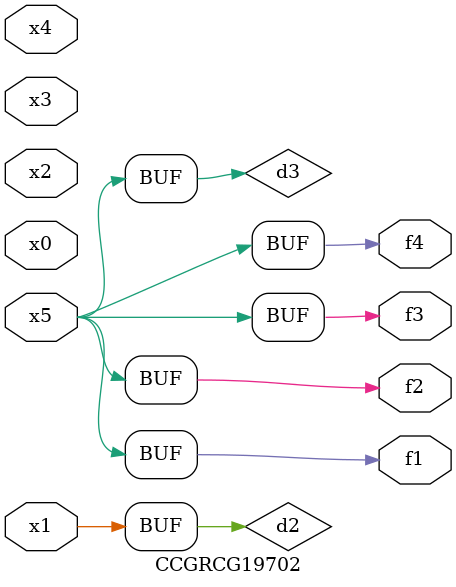
<source format=v>
module CCGRCG19702(
	input x0, x1, x2, x3, x4, x5,
	output f1, f2, f3, f4
);

	wire d1, d2, d3;

	not (d1, x5);
	or (d2, x1);
	xnor (d3, d1);
	assign f1 = d3;
	assign f2 = d3;
	assign f3 = d3;
	assign f4 = d3;
endmodule

</source>
